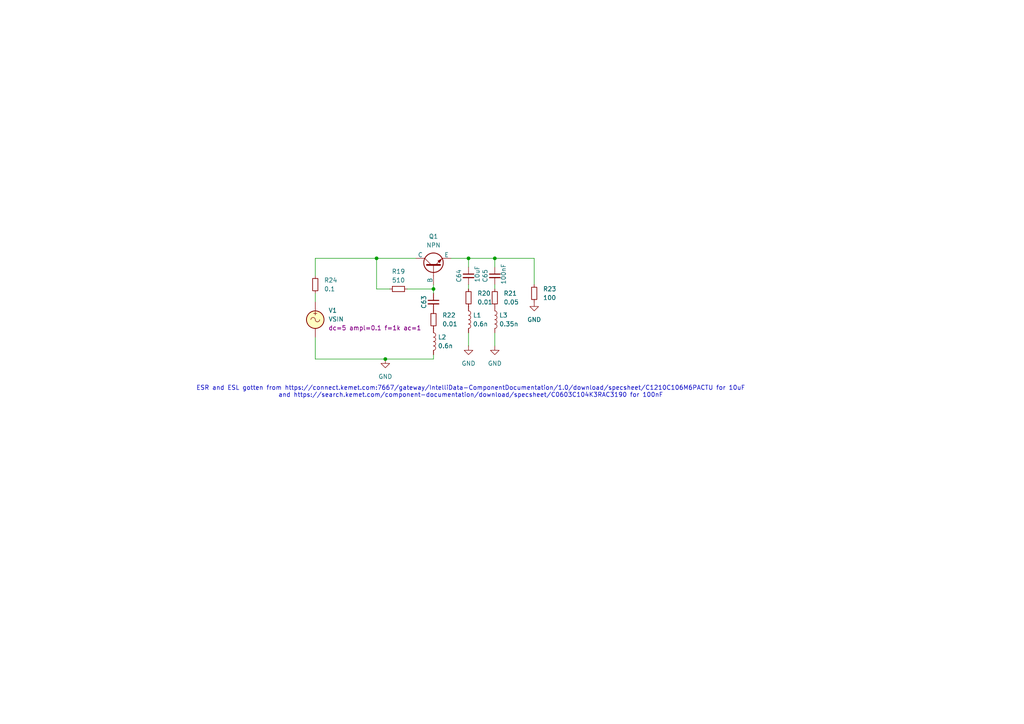
<source format=kicad_sch>
(kicad_sch (version 20250114) (generator "eeschema") (generator_version "9.0")
  (paper "A4")
  (lib_symbols
    (symbol "Device:C_Small" (pin_numbers (hide yes)) (pin_names (offset 0.254) (hide yes))
      (property "Reference" "C" (at 0.254 1.778 0))
      (property "Value" "C_Small" (at 0.254 -2.032 0))
      (symbol "C_Small_0_1"
        (polyline (pts (xy -1.524 0.508) (xy 1.524 0.508)) (stroke (width 0.3048)))
        (polyline (pts (xy -1.524 -0.508) (xy 1.524 -0.508)) (stroke (width 0.3302)))
      )
      (symbol "C_Small_1_1"
        (pin passive line (at 0 2.54 270) (length 2.032) (name "~") (number "1"))
        (pin passive line (at 0 -2.54 90) (length 2.032) (name "~") (number "2"))
      )
    )
    (symbol "Device:L" (pin_numbers (hide yes)) (pin_names (offset 1.016) (hide yes))
      (property "Reference" "L" (at -1.27 0 90))
      (property "Value" "L" (at 1.905 0 90))
      (symbol "L_0_1"
        (arc (start 0 2.54) (mid 0.6323 1.905) (end 0 1.27))
        (arc (start 0 1.27) (mid 0.6323 0.635) (end 0 0))
        (arc (start 0 0) (mid 0.6323 -0.635) (end 0 -1.27))
        (arc (start 0 -1.27) (mid 0.6323 -1.905) (end 0 -2.54))
      )
      (symbol "L_1_1"
        (pin passive line (at 0 3.81 270) (length 1.27) (name "1") (number "1"))
        (pin passive line (at 0 -3.81 90) (length 1.27) (name "2") (number "2"))
      )
    )
    (symbol "Device:R_Small" (pin_numbers (hide yes)) (pin_names (offset 0.254) (hide yes))
      (property "Reference" "R" (at 0.762 0.508 0))
      (property "Value" "R_Small" (at 0.762 -1.016 0))
      (symbol "R_Small_0_1"
        (rectangle (start -0.762 1.778) (end 0.762 -1.778) (stroke (width 0.2032)))
      )
      (symbol "R_Small_1_1"
        (pin passive line (at 0 2.54 270) (length 0.762) (name "~") (number "1"))
        (pin passive line (at 0 -2.54 90) (length 0.762) (name "~") (number "2"))
      )
    )
    (symbol "Simulation_SPICE:NPN" (pin_numbers (hide yes)) (pin_names (offset 0))
      (property "Reference" "Q" (at -2.54 7.62 0))
      (property "Value" "NPN" (at -2.54 5.08 0))
      (symbol "NPN_0_1"
        (polyline (pts (xy -2.54 0) (xy 0.635 0)) (stroke (width 0.1524)))
        (polyline (pts (xy 0.635 1.905) (xy 0.635 -1.905) (xy 0.635 -1.905)) (stroke (width 0.508)))
        (polyline (pts (xy 0.635 0.635) (xy 2.54 2.54)))
        (polyline (pts (xy 0.635 -0.635) (xy 2.54 -2.54) (xy 2.54 -2.54)))
        (circle (center 1.27 0) (radius 2.8194) (stroke (width 0.254)))
        (polyline (pts (xy 1.27 -1.778) (xy 1.778 -1.27) (xy 2.286 -2.286) (xy 1.27 -1.778) (xy 1.27 -1.778)) (fill (type outline)))
        (polyline (pts (xy 2.794 -1.27) (xy 2.794 -1.27)) (stroke (width 0.1524)))
        (polyline (pts (xy 2.794 -1.27) (xy 2.794 -1.27)) (stroke (width 0.1524)))
      )
      (symbol "NPN_1_1"
        (pin input line (at -5.08 0 0) (length 2.54) (name "B") (number "2"))
        (pin open_collector line (at 2.54 5.08 270) (length 2.54) (name "C") (number "1"))
        (pin open_emitter line (at 2.54 -5.08 90) (length 2.54) (name "E") (number "3"))
      )
    )
    (symbol "Simulation_SPICE:VSIN" (pin_numbers (hide yes)) (pin_names (offset 0.0254))
      (property "Reference" "V" (at 2.54 2.54 0))
      (property "Value" "VSIN" (at 2.54 0 0))
      (property "Sim.Params" "dc=0 ampl=1 f=1k ac=1" (at 2.54 -2.54 0))
      (symbol "VSIN_0_0"
        (arc (start -1.27 0) (mid -0.635 0.6323) (end 0 0))
        (arc (start 1.27 0) (mid 0.635 -0.6323) (end 0 0))
        (text "+" (at 0 1.905 0) (effects (font (size 1.27 1.27))))
      )
      (symbol "VSIN_0_1"
        (circle (center 0 0) (radius 2.54) (stroke (width 0.254)) (fill (type background)))
      )
      (symbol "VSIN_1_1"
        (pin passive line (at 0 5.08 270) (length 2.54) (name "~") (number "1"))
        (pin passive line (at 0 -5.08 90) (length 2.54) (name "~") (number "2"))
      )
    )
    (symbol "power:GND" (power) (pin_numbers (hide yes)) (pin_names (offset 0) (hide yes))
      (property "Value" "GND" (at 0 -3.81 0))
      (symbol "GND_0_1"
        (polyline (pts (xy 0 0) (xy 0 -1.27) (xy 1.27 -1.27) (xy 0 -2.54) (xy -1.27 -1.27) (xy 0 -1.27)))
      )
      (symbol "GND_1_1"
        (pin power_in line (at 0 0 270) (length 0) (name "~") (number "1"))
      )
    )
  )
  (text "ESR and ESL gotten from https://connect.kemet.com:7667/gateway/IntelliData-ComponentDocumentation/1.0/download/specsheet/C1210C106M6PACTU for 10uF\nand https://search.kemet.com/component-documentation/download/specsheet/C0603C104K3RAC3190 for 100nF" (at 136.525 113.665 0) (effects (font (size 1.27 1.27))))
  (junction (at 143.51 74.93))
  (junction (at 135.89 74.93))
  (junction (at 111.76 104.14))
  (junction (at 109.22 74.93))
  (junction (at 125.73 83.82))
  (wire (pts (xy 135.89 100.33) (xy 135.89 96.52)))
  (wire (pts (xy 91.44 97.79) (xy 91.44 104.14)))
  (wire (pts (xy 91.44 85.09) (xy 91.44 87.63)))
  (wire (pts (xy 91.44 74.93) (xy 109.22 74.93)))
  (wire (pts (xy 91.44 74.93) (xy 91.44 80.01)))
  (wire (pts (xy 109.22 74.93) (xy 109.22 83.82)))
  (wire (pts (xy 130.81 74.93) (xy 135.89 74.93)))
  (wire (pts (xy 143.51 96.52) (xy 143.51 100.33)))
  (wire (pts (xy 125.73 82.55) (xy 125.73 83.82)))
  (wire (pts (xy 125.73 104.14) (xy 125.73 102.87)))
  (wire (pts (xy 135.89 83.82) (xy 135.89 82.55)))
  (wire (pts (xy 125.73 83.82) (xy 125.73 85.09)))
  (wire (pts (xy 109.22 83.82) (xy 113.03 83.82)))
  (wire (pts (xy 111.76 104.14) (xy 125.73 104.14)))
  (wire (pts (xy 109.22 74.93) (xy 120.65 74.93)))
  (wire (pts (xy 135.89 74.93) (xy 143.51 74.93)))
  (wire (pts (xy 111.76 104.14) (xy 91.44 104.14)))
  (wire (pts (xy 143.51 74.93) (xy 154.94 74.93)))
  (wire (pts (xy 143.51 82.55) (xy 143.51 83.82)))
  (wire (pts (xy 143.51 74.93) (xy 143.51 77.47)))
  (wire (pts (xy 135.89 74.93) (xy 135.89 77.47)))
  (wire (pts (xy 154.94 74.93) (xy 154.94 82.55)))
  (wire (pts (xy 118.11 83.82) (xy 125.73 83.82)))
  (symbol (lib_id "Simulation_SPICE:VSIN") (at 91.44 92.71 0) (unit 1)
    (property "Reference" "V1" (at 95.25 90.0401 0) (effects (justify left)))
    (property "Value" "VSIN" (at 95.25 92.5801 0) (effects (justify left)))
    (property "Datasheet" "https://ngspice.sourceforge.io/docs/ngspice-html-manual/manual.xhtml#sec_Independent_Sources_for" (effects (hide yes)))
    (property "Description" "Voltage source, sinusoidal" (effects (hide yes)))
    (property "Sim.Pins" "1=+ 2=-" (effects (hide yes)))
    (property "Sim.Params" "dc=5 ampl=0.1 f=1k ac=1" (at 95.25 95.1201 0) (effects (justify left)))
    (property "Sim.Type" "SIN" (effects (hide yes)))
    (property "Sim.Device" "V" (effects (hide yes)))
  )
  (symbol (lib_id "Device:C_Small") (at 143.51 80.01 0) (unit 1)
    (property "Reference" "C65" (at 140.716 80.01 90))
    (property "Value" "100nF" (at 146.05 79.502 90))
    (property "Footprint" "Capacitor_SMD:C_0603_1608Metric" (effects (hide yes)))
    (property "Description" "Unpolarized capacitor, small symbol" (effects (hide yes)))
  )
  (symbol (lib_id "Device:R_Small") (at 125.73 92.71 180) (unit 1)
    (property "Reference" "R22" (at 128.27 91.4399 0) (effects (justify right)))
    (property "Value" "0.01" (at 128.27 93.9799 0) (effects (justify right)))
    (property "Footprint" "Resistor_SMD:R_0402_1005Metric" (effects (hide yes)))
    (property "Description" "Resistor, small symbol" (effects (hide yes)))
  )
  (symbol (lib_id "power:GND") (at 111.76 104.14 0) (unit 1)
    (property "Reference" "#PWR076" (effects (hide yes)))
    (property "Value" "GND" (at 111.76 109.22 0))
    (property "Description" "Power symbol creates a global label with name \"GND\" , ground" (effects (hide yes)))
  )
  (symbol (lib_id "Device:R_Small") (at 135.89 86.36 180) (unit 1)
    (property "Reference" "R20" (at 138.43 85.0899 0) (effects (justify right)))
    (property "Value" "0.01" (at 138.43 87.6299 0) (effects (justify right)))
    (property "Footprint" "Resistor_SMD:R_0402_1005Metric" (effects (hide yes)))
    (property "Description" "Resistor, small symbol" (effects (hide yes)))
  )
  (symbol (lib_id "power:GND") (at 135.89 100.33 0) (unit 1)
    (property "Reference" "#PWR074" (effects (hide yes)))
    (property "Value" "GND" (at 135.89 105.41 0))
    (property "Description" "Power symbol creates a global label with name \"GND\" , ground" (effects (hide yes)))
  )
  (symbol (lib_id "power:GND") (at 143.51 100.33 0) (unit 1)
    (property "Reference" "#PWR075" (effects (hide yes)))
    (property "Value" "GND" (at 143.51 105.41 0))
    (property "Description" "Power symbol creates a global label with name \"GND\" , ground" (effects (hide yes)))
  )
  (symbol (lib_id "Device:R_Small") (at 154.94 85.09 180) (unit 1)
    (property "Reference" "R23" (at 157.48 83.8199 0) (effects (justify right)))
    (property "Value" "100" (at 157.48 86.3599 0) (effects (justify right)))
    (property "Footprint" "Resistor_SMD:R_0402_1005Metric" (effects (hide yes)))
    (property "Description" "Resistor, small symbol" (effects (hide yes)))
  )
  (symbol (lib_id "Device:C_Small") (at 135.89 80.01 0) (unit 1)
    (property "Reference" "C64" (at 133.096 80.01 90))
    (property "Value" "10uF" (at 138.43 79.502 90))
    (property "Footprint" "Capacitor_SMD:C_0603_1608Metric" (effects (hide yes)))
    (property "Description" "Unpolarized capacitor, small symbol" (effects (hide yes)))
  )
  (symbol (lib_id "Device:L") (at 135.89 92.71 0) (unit 1)
    (property "Reference" "L1" (at 137.16 91.4399 0) (effects (justify left)))
    (property "Value" "0.6n" (at 137.16 93.9799 0) (effects (justify left)))
    (property "Description" "Inductor" (effects (hide yes)))
  )
  (symbol (lib_id "Device:R_Small") (at 143.51 86.36 180) (unit 1)
    (property "Reference" "R21" (at 146.05 85.0899 0) (effects (justify right)))
    (property "Value" "0.05" (at 146.05 87.6299 0) (effects (justify right)))
    (property "Footprint" "Resistor_SMD:R_0402_1005Metric" (effects (hide yes)))
    (property "Description" "Resistor, small symbol" (effects (hide yes)))
  )
  (symbol (lib_id "Device:R_Small") (at 91.44 82.55 180) (unit 1)
    (property "Reference" "R24" (at 93.98 81.2799 0) (effects (justify right)))
    (property "Value" "0.1" (at 93.98 83.8199 0) (effects (justify right)))
    (property "Footprint" "Resistor_SMD:R_0402_1005Metric" (effects (hide yes)))
    (property "Description" "Resistor, small symbol" (effects (hide yes)))
  )
  (symbol (lib_id "Device:L") (at 143.51 92.71 0) (unit 1)
    (property "Reference" "L3" (at 144.78 91.4399 0) (effects (justify left)))
    (property "Value" "0.35n" (at 144.78 93.9799 0) (effects (justify left)))
    (property "Description" "Inductor" (effects (hide yes)))
  )
  (symbol (lib_id "Simulation_SPICE:NPN") (at 125.73 77.47 90) (unit 1)
    (property "Reference" "Q1" (at 125.73 68.58 90))
    (property "Value" "NPN" (at 125.73 71.12 90))
    (property "Datasheet" "https://ngspice.sourceforge.io/docs/ngspice-html-manual/manual.xhtml#cha_BJTs" (effects (hide yes)))
    (property "Description" "Bipolar transistor symbol for simulation only, substrate tied to the emitter" (effects (hide yes)))
    (property "Sim.Device" "NPN" (effects (hide yes)))
    (property "Sim.Type" "GUMMELPOON" (effects (hide yes)))
    (property "Sim.Pins" "1=C 2=B 3=E" (effects (hide yes)))
    (property "Sim.Params" "bf=250 cjc=12p" (effects (hide yes)))
  )
  (symbol (lib_id "Device:C_Small") (at 125.73 87.63 0) (unit 1)
    (property "Reference" "C63" (at 122.936 87.63 90))
    (property "Value" "10uF" (effects (hide yes)))
    (property "Footprint" "Capacitor_SMD:C_0603_1608Metric" (effects (hide yes)))
    (property "Description" "Unpolarized capacitor, small symbol" (effects (hide yes)))
  )
  (symbol (lib_id "Device:L") (at 125.73 99.06 0) (unit 1)
    (property "Reference" "L2" (at 127 97.7899 0) (effects (justify left)))
    (property "Value" "0.6n" (at 127 100.3299 0) (effects (justify left)))
    (property "Description" "Inductor" (effects (hide yes)))
  )
  (symbol (lib_id "power:GND") (at 154.94 87.63 0) (unit 1)
    (property "Reference" "#PWR077" (effects (hide yes)))
    (property "Value" "GND" (at 154.94 92.71 0))
    (property "Description" "Power symbol creates a global label with name \"GND\" , ground" (effects (hide yes)))
  )
  (symbol (lib_id "Device:R_Small") (at 115.57 83.82 90) (unit 1)
    (property "Reference" "R19" (at 115.57 78.74 90))
    (property "Value" "510" (at 115.57 81.28 90))
    (property "Footprint" "Resistor_SMD:R_0402_1005Metric" (effects (hide yes)))
    (property "Description" "Resistor, small symbol" (effects (hide yes)))
  )
)
</source>
